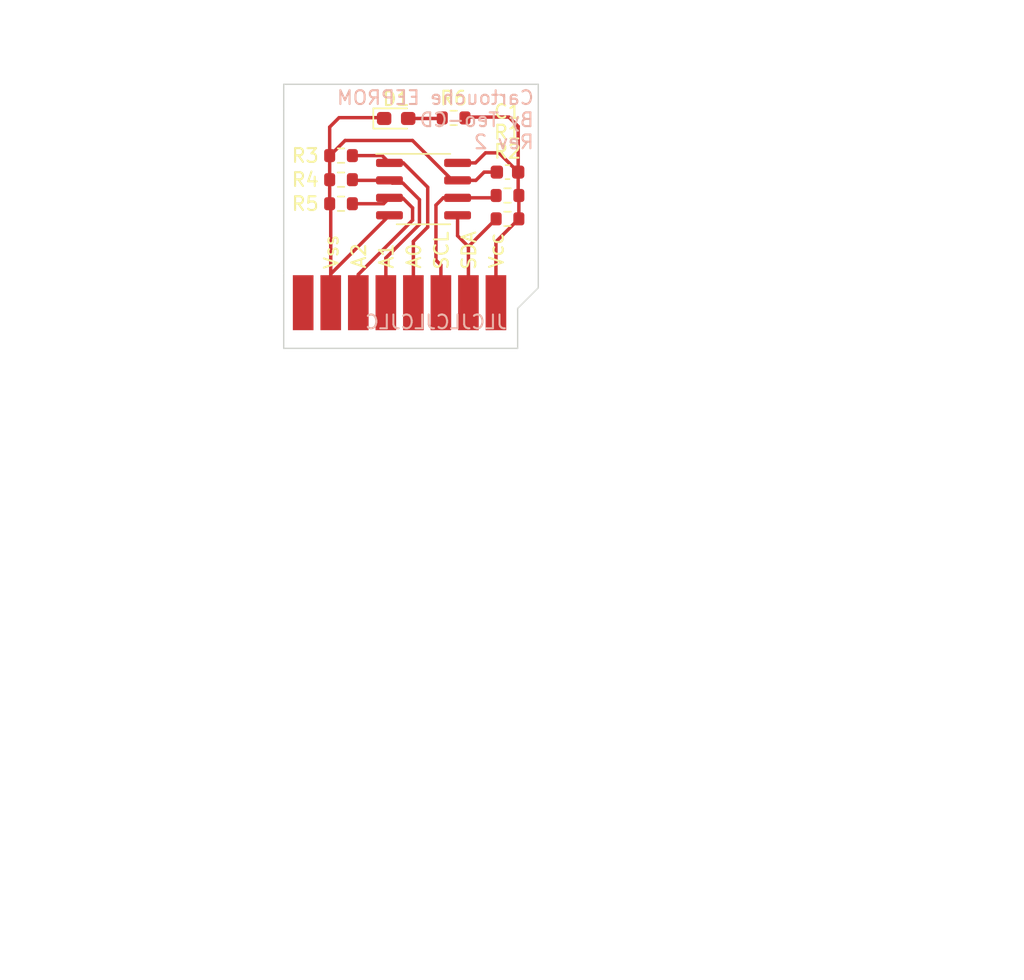
<source format=kicad_pcb>
(kicad_pcb (version 20211014) (generator pcbnew)
  (layers (0 "F.Cu" signal) (31 "B.Cu" signal) (34 "B.Paste" user) (35 "F.Paste" user) (36 "B.SilkS" user "B.Silkscreen") (37 "F.SilkS" user "F.Silkscreen") (38 "B.Mask" user) (39 "F.Mask" user) (44 "Edge.Cuts" user))
  (net 0 "")
  (net 2 "VCC")
  (net 3 "VSS")
  (net 4 "Net-(D1-Pad2)")
  (net 5 "/A0")
  (net 6 "/A1")
  (net 7 "/A2")
  (net 8 "/SDA")
  (net 9 "/SCL")
  (footprint "01_Passives:RES_0603" (layer "F.Cu") (at 118.06 84.9)
    (fp_text reference "R3" (at -2.6 0) (layer "F.SilkS"))
    (fp_text value "RES_0603_10K_1%")
    (fp_line (start -0.237258 -0.5225) (end 0.237258 -0.5225) (layer "F.SilkS") (width 0.12))
    (fp_line (start -0.237258 0.5225) (end 0.237258 0.5225) (layer "F.SilkS") (width 0.12))
    (pad "1" smd roundrect (at -0.825 0) (size 0.8 0.95) (layers "F.Cu" "F.Paste" "F.Mask") (net 3 "VSS"))
    (pad "2" smd roundrect (at 0.825 0) (size 0.8 0.95) (layers "F.Cu" "F.Paste" "F.Mask") (net 5 "/A0"))
  )
  (footprint "01_Passives:CAP_0603" (layer "F.Cu") (at 130.16 86.1 180)
    (fp_text reference "C1" (at 0 4.4) (layer "F.SilkS"))
    (fp_text value "CAP_0603_100nF_50V")
    (fp_line (start -0.14058 -0.51) (end 0.14058 -0.51) (layer "F.SilkS") (width 0.12))
    (fp_line (start -0.14058 0.51) (end 0.14058 0.51) (layer "F.SilkS") (width 0.12))
    (pad "1" smd roundrect (at -0.775 0 180) (size 0.9 0.95) (layers "F.Cu" "F.Paste" "F.Mask") (net 2 "VCC"))
    (pad "2" smd roundrect (at 0.775 0 180) (size 0.9 0.95) (layers "F.Cu" "F.Paste" "F.Mask") (net 3 "VSS"))
  )
  (footprint "01_Passives:RES_0603" (layer "F.Cu") (at 126.2425 82.16)
    (fp_text reference "R6" (at 0 -1.43) (layer "F.SilkS"))
    (fp_text value "RES_0603_150_1%")
    (fp_line (start -0.237258 0.5225) (end 0.237258 0.5225) (layer "F.SilkS") (width 0.12))
    (fp_line (start -0.237258 -0.5225) (end 0.237258 -0.5225) (layer "F.SilkS") (width 0.12))
    (pad "1" smd roundrect (at -0.825 0) (size 0.8 0.95) (layers "F.Cu" "F.Paste" "F.Mask") (net 4 "Net-(D1-Pad2)"))
    (pad "2" smd roundrect (at 0.825 0) (size 0.8 0.95) (layers "F.Cu" "F.Paste" "F.Mask") (net 2 "VCC"))
  )
  (footprint "01_Passives:RES_0603" (layer "F.Cu") (at 118.06 88.4)
    (fp_text reference "R5" (at -2.6 0) (layer "F.SilkS"))
    (fp_text value "RES_0603_10K_1%")
    (fp_line (start -0.237258 0.5225) (end 0.237258 0.5225) (layer "F.SilkS") (width 0.12))
    (fp_line (start -0.237258 -0.5225) (end 0.237258 -0.5225) (layer "F.SilkS") (width 0.12))
    (pad "1" smd roundrect (at -0.825 0) (size 0.8 0.95) (layers "F.Cu" "F.Paste" "F.Mask") (net 3 "VSS"))
    (pad "2" smd roundrect (at 0.825 0) (size 0.8 0.95) (layers "F.Cu" "F.Paste" "F.Mask") (net 7 "/A2"))
  )
  (footprint "LED_SMD:LED_0603_1608Metric_Pad1.05x0.95mm_HandSolder" (layer "F.Cu") (at 122.0675 82.2)
    (fp_text reference "D1" (at 0 -1.43) (layer "F.SilkS"))
    (fp_text value "LED")
    (fp_line (start 0.8 -0.735) (end -1.66 -0.735) (layer "F.SilkS") (width 0.12))
    (fp_line (start -1.66 -0.735) (end -1.66 0.735) (layer "F.SilkS") (width 0.12))
    (fp_line (start -1.66 0.735) (end 0.8 0.735) (layer "F.SilkS") (width 0.12))
    (pad "1" smd roundrect (at -0.875 0) (size 1.05 0.95) (layers "F.Cu" "F.Paste" "F.Mask") (net 3 "VSS"))
    (pad "2" smd roundrect (at 0.875 0) (size 1.05 0.95) (layers "F.Cu" "F.Paste" "F.Mask") (net 4 "Net-(D1-Pad2)"))
  )
  (footprint "01_Passives:RES_0603" (layer "F.Cu") (at 130.16 89.5)
    (fp_text reference "R1" (at 0 -6.3) (layer "F.SilkS"))
    (fp_text value "RES_0603_10K_1%")
    (fp_line (start -0.237258 0.5225) (end 0.237258 0.5225) (layer "F.SilkS") (width 0.12))
    (fp_line (start -0.237258 -0.5225) (end 0.237258 -0.5225) (layer "F.SilkS") (width 0.12))
    (pad "1" smd roundrect (at -0.825 0) (size 0.8 0.95) (layers "F.Cu" "F.Paste" "F.Mask") (net 8 "/SDA"))
    (pad "2" smd roundrect (at 0.825 0) (size 0.8 0.95) (layers "F.Cu" "F.Paste" "F.Mask") (net 2 "VCC"))
  )
  (footprint "01_Passives:RES_0603" (layer "F.Cu") (at 118.06 86.65)
    (fp_text reference "R4" (at -2.6 0) (layer "F.SilkS"))
    (fp_text value "RES_0603_10K_1%")
    (fp_line (start -0.237258 -0.5225) (end 0.237258 -0.5225) (layer "F.SilkS") (width 0.12))
    (fp_line (start -0.237258 0.5225) (end 0.237258 0.5225) (layer "F.SilkS") (width 0.12))
    (pad "1" smd roundrect (at -0.825 0) (size 0.8 0.95) (layers "F.Cu" "F.Paste" "F.Mask") (net 3 "VSS"))
    (pad "2" smd roundrect (at 0.825 0) (size 0.8 0.95) (layers "F.Cu" "F.Paste" "F.Mask") (net 6 "/A1"))
  )
  (footprint "02_Connectors:EEPROM_Cartridge_Connector" (layer "F.Cu") (at 122.359723 90.500338)
    (fp_text reference "J1" hide)
    (fp_text value "Conn_01x08_Male" hide)
    (pad "1" connect rect (at -7.050531 5.094158) (size 1.5 4) (layers "F.Cu" "F.Mask"))
    (pad "2" connect rect (at -5.047339 5.094158) (size 1.5 4) (layers "F.Cu" "F.Mask") (net 3 "VSS"))
    (pad "3" connect rect (at -3.044147 5.094158) (size 1.5 4) (layers "F.Cu" "F.Mask") (net 7 "/A2"))
    (pad "4" connect rect (at -1.040954 5.094158) (size 1.5 4) (layers "F.Cu" "F.Mask") (net 6 "/A1"))
    (pad "5" connect rect (at 0.959 5.094158) (size 1.5 4) (layers "F.Cu" "F.Mask") (net 5 "/A0"))
    (pad "6" connect rect (at 2.959 5.094158) (size 1.5 4) (layers "F.Cu" "F.Mask") (net 9 "/SCL"))
    (pad "7" connect rect (at 4.959 5.094158) (size 1.5 4) (layers "F.Cu" "F.Mask") (net 8 "/SDA"))
    (pad "8" connect rect (at 6.959 5.094158) (size 1.5 4) (layers "F.Cu" "F.Mask") (net 2 "VCC"))
  )
  (footprint "01_Passives:RES_0603" (layer "F.Cu") (at 130.16 87.8 180)
    (fp_text reference "R2" (at 0 3.2) (layer "F.SilkS"))
    (fp_text value "RES_0603_10K_1%")
    (fp_line (start -0.237258 -0.5225) (end 0.237258 -0.5225) (layer "F.SilkS") (width 0.12))
    (fp_line (start -0.237258 0.5225) (end 0.237258 0.5225) (layer "F.SilkS") (width 0.12))
    (pad "1" smd roundrect (at -0.825 0 180) (size 0.8 0.95) (layers "F.Cu" "F.Paste" "F.Mask") (net 2 "VCC"))
    (pad "2" smd roundrect (at 0.825 0 180) (size 0.8 0.95) (layers "F.Cu" "F.Paste" "F.Mask") (net 9 "/SCL"))
  )
  (footprint "Package_SO:SOIC-8_3.9x4.9mm_P1.27mm" (layer "F.Cu") (at 124.055949 87.334051)
    (fp_text reference "24LC512" hide)
    (fp_text value "24LC512")
    (fp_line (start 0 2.56) (end -1.95 2.56) (layer "F.SilkS") (width 0.12))
    (fp_line (start 0 -2.56) (end -3.45 -2.56) (layer "F.SilkS") (width 0.12))
    (fp_line (start 0 2.56) (end 1.95 2.56) (layer "F.SilkS") (width 0.12))
    (fp_line (start 0 -2.56) (end 1.95 -2.56) (layer "F.SilkS") (width 0.12))
    (pad "1" smd roundrect (at -2.475 -1.905) (size 1.95 0.6) (layers "F.Cu" "F.Paste" "F.Mask") (net 5 "/A0"))
    (pad "2" smd roundrect (at -2.475 -0.635) (size 1.95 0.6) (layers "F.Cu" "F.Paste" "F.Mask") (net 6 "/A1"))
    (pad "3" smd roundrect (at -2.475 0.635) (size 1.95 0.6) (layers "F.Cu" "F.Paste" "F.Mask") (net 7 "/A2"))
    (pad "4" smd roundrect (at -2.475 1.905) (size 1.95 0.6) (layers "F.Cu" "F.Paste" "F.Mask") (net 3 "VSS"))
    (pad "5" smd roundrect (at 2.475 1.905) (size 1.95 0.6) (layers "F.Cu" "F.Paste" "F.Mask") (net 8 "/SDA"))
    (pad "6" smd roundrect (at 2.475 0.635) (size 1.95 0.6) (layers "F.Cu" "F.Paste" "F.Mask") (net 9 "/SCL"))
    (pad "7" smd roundrect (at 2.475 -0.635) (size 1.95 0.6) (layers "F.Cu" "F.Paste" "F.Mask") (net 3 "VSS"))
    (pad "8" smd roundrect (at 2.475 -1.905) (size 1.95 0.6) (layers "F.Cu" "F.Paste" "F.Mask") (net 2 "VCC"))
  )
  (gr_line (start 113.895949 98.914051) (end 130.895949 98.914051) (layer "Edge.Cuts") (width 0.1))
  (gr_line (start 113.895949 81.514051) (end 113.895949 93.514051) (layer "Edge.Cuts") (width 0.1))
  (gr_line (start 113.895949 79.714051) (end 132.395949 79.714051) (layer "Edge.Cuts") (width 0.1))
  (gr_line (start 132.395949 79.714051) (end 132.395949 94.514051) (layer "Edge.Cuts") (width 0.1))
  (gr_line (start 113.895949 81.514051) (end 113.895949 79.714051) (layer "Edge.Cuts") (width 0.1))
  (gr_line (start 113.895949 93.514051) (end 113.895949 98.914051) (layer "Edge.Cuts") (width 0.1))
  (gr_line (start 130.895949 96.014051) (end 130.895949 98.914051) (layer "Edge.Cuts") (width 0.1))
  (gr_line (start 132.395949 94.514051) (end 130.895949 96.014051) (layer "Edge.Cuts") (width 0.1))
  (gr_text "Cartouche EEPROM\nBy Teo-CD\nRev 2" (at 132.16 82.3) (layer "B.SilkS") (effects (font (size 1 1)) (justify left mirror)))
  (gr_text "JLCJLCJLCJLC" (at 124.96 97) (layer "B.SilkS") (effects (font (size 1 1)) (justify mirror)))
  (gr_text "SCL" (at 125.36 91.8 -270) (layer "F.SilkS") (effects (font (size 1 1))))
  (gr_text "Vss" (at 117.36 91.9 -270) (layer "F.SilkS") (effects (font (size 1 1))))
  (gr_text "Vcc" (at 129.36 91.8 -270) (layer "F.SilkS") (effects (font (size 1 1))))
  (gr_text "A0" (at 123.36 92.2 -270) (layer "F.SilkS") (effects (font (size 1 1))))
  (gr_text "SDA" (at 127.36 91.8 -270) (layer "F.SilkS") (effects (font (size 1 1))))
  (gr_text "A1" (at 121.36 92.2 -270) (layer "F.SilkS") (effects (font (size 1 1))))
  (gr_text "A2" (at 119.36 92.2 -270) (layer "F.SilkS") (effects (font (size 1 1))))
  (segment (start 130.935 82.775) (end 130.935 86.1) (width 0.25) (layer "F.Cu") (net 2))
  (segment (start 130.935 86.1) (end 130.935 87.75) (width 0.25) (layer "F.Cu") (net 2))
  (segment (start 128.56 84.7) (end 129.535 84.7) (width 0.25) (layer "F.Cu") (net 2))
  (segment (start 130.985 87.8) (end 130.985 89.5) (width 0.25) (layer "F.Cu") (net 2))
  (segment (start 127.830949 85.429051) (end 128.56 84.7) (width 0.25) (layer "F.Cu") (net 2))
  (segment (start 130.935 87.75) (end 130.985 87.8) (width 0.25) (layer "F.Cu") (net 2))
  (segment (start 130.26 82.1) (end 130.935 82.775) (width 0.25) (layer "F.Cu") (net 2))
  (segment (start 129.535 84.7) (end 130.935 86.1) (width 0.25) (layer "F.Cu") (net 2))
  (segment (start 126.86 82.1) (end 130.26 82.1) (width 0.25) (layer "F.Cu") (net 2))
  (segment (start 129.318723 91.166277) (end 129.318723 95.594496) (width 0.25) (layer "F.Cu") (net 2))
  (segment (start 130.985 89.5) (end 129.318723 91.166277) (width 0.25) (layer "F.Cu") (net 2))
  (segment (start 126.530949 85.429051) (end 127.830949 85.429051) (width 0.25) (layer "F.Cu") (net 2))
  (segment (start 117.312384 95.594496) (end 117.312384 93.507616) (width 0.25) (layer "F.Cu") (net 3))
  (segment (start 117.235 84.9) (end 117.26 84.9) (width 0.25) (layer "F.Cu") (net 3))
  (segment (start 117.92 82.14) (end 121.1325 82.14) (width 0.25) (layer "F.Cu") (net 3))
  (segment (start 126.531898 86.7) (end 126.530949 86.699051) (width 0.25) (layer "F.Cu") (net 3))
  (segment (start 118.36 83.8) (end 123.255147 83.8) (width 0.25) (layer "F.Cu") (net 3))
  (segment (start 123.255147 83.8) (end 126.154198 86.699051) (width 0.25) (layer "F.Cu") (net 3))
  (segment (start 126.154198 86.699051) (end 126.530949 86.699051) (width 0.25) (layer "F.Cu") (net 3))
  (segment (start 127.86 86.7) (end 126.531898 86.7) (width 0.25) (layer "F.Cu") (net 3))
  (segment (start 117.312384 95.594496) (end 117.312384 88.477384) (width 0.25) (layer "F.Cu") (net 3))
  (segment (start 117.312384 88.477384) (end 117.235 88.4) (width 0.25) (layer "F.Cu") (net 3))
  (segment (start 121.1325 82.14) (end 121.1925 82.2) (width 0.25) (layer "F.Cu") (net 3))
  (segment (start 128.46 86.1) (end 127.86 86.7) (width 0.25) (layer "F.Cu") (net 3))
  (segment (start 117.92 82.14) (end 117.235 82.825) (width 0.25) (layer "F.Cu") (net 3))
  (segment (start 117.312384 93.507616) (end 121.580949 89.239051) (width 0.25) (layer "F.Cu") (net 3))
  (segment (start 117.26 84.9) (end 118.36 83.8) (width 0.25) (layer "F.Cu") (net 3))
  (segment (start 117.235 82.825) (end 117.235 84.9) (width 0.25) (layer "F.Cu") (net 3))
  (segment (start 117.235 86.65) (end 117.235 88.4) (width 0.25) (layer "F.Cu") (net 3))
  (segment (start 117.235 84.9) (end 117.235 86.65) (width 0.25) (layer "F.Cu") (net 3))
  (segment (start 129.385 86.1) (end 128.46 86.1) (width 0.25) (layer "F.Cu") (net 3))
  (segment (start 122.9425 82.2) (end 125.3775 82.2) (width 0.25) (layer "F.Cu") (net 4))
  (segment (start 125.3775 82.2) (end 125.4175 82.16) (width 0.25) (layer "F.Cu") (net 4))
  (segment (start 124.36 87.2) (end 124.36 90.1) (width 0.25) (layer "F.Cu") (net 5))
  (segment (start 124.36 90.1) (end 123.318723 91.141277) (width 0.25) (layer "F.Cu") (net 5))
  (segment (start 121.580949 85.429051) (end 122.589051 85.429051) (width 0.25) (layer "F.Cu") (net 5))
  (segment (start 118.885 84.9) (end 121.051898 84.9) (width 0.25) (layer "F.Cu") (net 5))
  (segment (start 123.318723 91.141277) (end 123.318723 95.594496) (width 0.25) (layer "F.Cu") (net 5))
  (segment (start 122.589051 85.429051) (end 124.36 87.2) (width 0.25) (layer "F.Cu") (net 5))
  (segment (start 121.051898 84.9) (end 121.580949 85.429051) (width 0.25) (layer "F.Cu") (net 5))
  (segment (start 123.76 88.1) (end 122.56 86.9) (width 0.25) (layer "F.Cu") (net 6))
  (segment (start 122.56 86.9) (end 121.781898 86.9) (width 0.25) (layer "F.Cu") (net 6))
  (segment (start 121.318769 92.341231) (end 123.76 89.9) (width 0.25) (layer "F.Cu") (net 6))
  (segment (start 123.76 89.9) (end 123.76 88.1) (width 0.25) (layer "F.Cu") (net 6))
  (segment (start 118.885 86.7) (end 121.58 86.7) (width 0.25) (layer "F.Cu") (net 6))
  (segment (start 121.781898 86.9) (end 121.580949 86.699051) (width 0.25) (layer "F.Cu") (net 6))
  (segment (start 121.58 86.7) (end 121.580949 86.699051) (width 0.25) (layer "F.Cu") (net 6))
  (segment (start 121.318769 95.594496) (end 121.318769 92.341231) (width 0.25) (layer "F.Cu") (net 6))
  (segment (start 123.26 89.6) (end 119.315576 93.544424) (width 0.25) (layer "F.Cu") (net 7))
  (segment (start 121.611898 88) (end 121.580949 87.969051) (width 0.25) (layer "F.Cu") (net 7))
  (segment (start 123.26 89.6) (end 123.26 88.7) (width 0.25) (layer "F.Cu") (net 7))
  (segment (start 123.26 88.7) (end 122.56 88) (width 0.25) (layer "F.Cu") (net 7))
  (segment (start 119.315576 93.544424) (end 119.315576 95.594496) (width 0.25) (layer "F.Cu") (net 7))
  (segment (start 121.15 88.4) (end 121.580949 87.969051) (width 0.25) (layer "F.Cu") (net 7))
  (segment (start 118.885 88.4) (end 121.15 88.4) (width 0.25) (layer "F.Cu") (net 7))
  (segment (start 122.56 88) (end 121.611898 88) (width 0.25) (layer "F.Cu") (net 7))
  (segment (start 126.530949 90.728503) (end 127.318723 91.516277) (width 0.25) (layer "F.Cu") (net 8))
  (segment (start 127.318723 91.516277) (end 127.318723 95.594496) (width 0.25) (layer "F.Cu") (net 8))
  (segment (start 129.335 89.5) (end 127.318723 91.516277) (width 0.25) (layer "F.Cu") (net 8))
  (segment (start 126.530949 89.239051) (end 126.530949 90.728503) (width 0.25) (layer "F.Cu") (net 8))
  (segment (start 124.96 88.5) (end 124.96 92.5) (width 0.25) (layer "F.Cu") (net 9))
  (segment (start 126.530949 87.969051) (end 125.490949 87.969051) (width 0.25) (layer "F.Cu") (net 9))
  (segment (start 124.96 92.5) (end 125.318723 92.858723) (width 0.25) (layer "F.Cu") (net 9))
  (segment (start 125.318723 92.858723) (end 125.318723 95.594496) (width 0.25) (layer "F.Cu") (net 9))
  (segment (start 125.490949 87.969051) (end 124.96 88.5) (width 0.25) (layer "F.Cu") (net 9))
  (segment (start 129.350469 87.789506) (end 129.170924 87.969051) (width 0.25) (layer "F.Cu") (net 9))
  (segment (start 129.170924 87.969051) (end 126.530949 87.969051) (width 0.25) (layer "F.Cu") (net 9))
)
</source>
